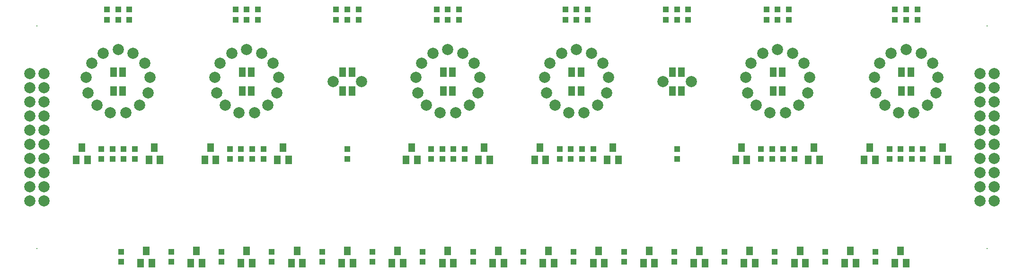
<source format=gts>
G04*
G04 #@! TF.GenerationSoftware,Altium Limited,Altium Designer,18.0.12 (696)*
G04*
G04 Layer_Color=8388736*
%FSLAX25Y25*%
%MOIN*%
G70*
G01*
G75*
%ADD16R,0.04934X0.07099*%
%ADD17R,0.03950X0.04343*%
%ADD18R,0.04737X0.06312*%
%ADD19C,0.07887*%
%ADD20C,0.00800*%
D16*
X635138Y144488D02*
D03*
Y131102D02*
D03*
X628642Y144488D02*
D03*
Y131102D02*
D03*
X538091D02*
D03*
Y144488D02*
D03*
X544587Y131102D02*
D03*
Y144488D02*
D03*
X402854D02*
D03*
Y131102D02*
D03*
X396358Y144488D02*
D03*
Y131102D02*
D03*
X305807D02*
D03*
Y144488D02*
D03*
X312303Y131102D02*
D03*
Y144488D02*
D03*
X170571D02*
D03*
Y131102D02*
D03*
X164075Y144488D02*
D03*
Y131102D02*
D03*
X73524D02*
D03*
Y144488D02*
D03*
X80020Y131102D02*
D03*
Y144488D02*
D03*
X473721D02*
D03*
Y131102D02*
D03*
X467224Y144488D02*
D03*
Y131102D02*
D03*
X234941D02*
D03*
Y144488D02*
D03*
X241437Y131102D02*
D03*
Y144488D02*
D03*
D17*
X301181Y188583D02*
D03*
Y181496D02*
D03*
X309055Y188583D02*
D03*
Y181496D02*
D03*
X541339Y188583D02*
D03*
Y181496D02*
D03*
X643701Y90158D02*
D03*
Y83071D02*
D03*
X635827Y83071D02*
D03*
Y90158D02*
D03*
X627953Y90158D02*
D03*
Y83071D02*
D03*
X620079Y90158D02*
D03*
Y83071D02*
D03*
X553150Y83071D02*
D03*
Y90158D02*
D03*
X545276Y83071D02*
D03*
Y90158D02*
D03*
X529528Y90158D02*
D03*
Y83071D02*
D03*
X537402Y90158D02*
D03*
Y83071D02*
D03*
X470472Y90158D02*
D03*
Y83071D02*
D03*
X411417Y83071D02*
D03*
Y90158D02*
D03*
X403543Y83071D02*
D03*
Y90158D02*
D03*
X395669Y90158D02*
D03*
Y83071D02*
D03*
X387795Y90158D02*
D03*
Y83071D02*
D03*
X320866Y90158D02*
D03*
Y83071D02*
D03*
X312992Y83071D02*
D03*
Y90158D02*
D03*
X305118Y90158D02*
D03*
Y83071D02*
D03*
X297244Y90158D02*
D03*
Y83071D02*
D03*
X238189Y90158D02*
D03*
Y83071D02*
D03*
X179134Y83071D02*
D03*
Y90158D02*
D03*
X171260Y83071D02*
D03*
Y90158D02*
D03*
X163386Y90158D02*
D03*
Y83071D02*
D03*
X155512Y90158D02*
D03*
Y83071D02*
D03*
X80709Y83071D02*
D03*
Y90158D02*
D03*
X72835Y90158D02*
D03*
Y83071D02*
D03*
X64961Y90158D02*
D03*
Y83071D02*
D03*
X88583Y83071D02*
D03*
Y90158D02*
D03*
X78740Y17323D02*
D03*
Y10236D02*
D03*
X114173Y17323D02*
D03*
Y10236D02*
D03*
X149606Y17323D02*
D03*
Y10236D02*
D03*
X185039Y17323D02*
D03*
Y10236D02*
D03*
X220472Y17323D02*
D03*
Y10236D02*
D03*
X255906Y17323D02*
D03*
Y10236D02*
D03*
X291339Y17323D02*
D03*
Y10236D02*
D03*
X326772Y17323D02*
D03*
Y10236D02*
D03*
X362205Y17323D02*
D03*
Y10236D02*
D03*
X397638Y17323D02*
D03*
Y10236D02*
D03*
X433071Y17323D02*
D03*
Y10236D02*
D03*
X468504Y17323D02*
D03*
Y10236D02*
D03*
X503937Y17323D02*
D03*
Y10236D02*
D03*
X539370Y17323D02*
D03*
Y10236D02*
D03*
X574803Y17323D02*
D03*
Y10236D02*
D03*
X610236Y17323D02*
D03*
Y10236D02*
D03*
X639764Y181496D02*
D03*
Y188583D02*
D03*
X624016Y181496D02*
D03*
Y188583D02*
D03*
X549213Y181496D02*
D03*
Y188583D02*
D03*
X533464Y181496D02*
D03*
Y188583D02*
D03*
X470472Y181496D02*
D03*
Y188583D02*
D03*
X478346Y181496D02*
D03*
Y188583D02*
D03*
X462598Y181496D02*
D03*
Y188583D02*
D03*
X399606Y181496D02*
D03*
Y188583D02*
D03*
X407480Y181496D02*
D03*
Y188583D02*
D03*
X391732Y181496D02*
D03*
Y188583D02*
D03*
X316929Y181496D02*
D03*
Y188583D02*
D03*
X238189Y181496D02*
D03*
Y188583D02*
D03*
X246063Y181496D02*
D03*
Y188583D02*
D03*
X230315Y181496D02*
D03*
Y188583D02*
D03*
X167323Y181496D02*
D03*
Y188583D02*
D03*
X175197Y181496D02*
D03*
Y188583D02*
D03*
X159449Y181496D02*
D03*
Y188583D02*
D03*
X76772Y181496D02*
D03*
Y188583D02*
D03*
X84646Y181496D02*
D03*
Y188583D02*
D03*
X68898Y181496D02*
D03*
Y188583D02*
D03*
X631890Y181496D02*
D03*
Y188583D02*
D03*
D18*
X653543Y82284D02*
D03*
X661417D02*
D03*
X657480Y90945D02*
D03*
X602362Y82284D02*
D03*
X610236D02*
D03*
X606299Y90945D02*
D03*
X562992Y82284D02*
D03*
X570866D02*
D03*
X566929Y90945D02*
D03*
X511811Y82284D02*
D03*
X519685D02*
D03*
X515748Y90945D02*
D03*
X421260Y82284D02*
D03*
X429134D02*
D03*
X425197Y90945D02*
D03*
X370079Y82284D02*
D03*
X377953D02*
D03*
X374016Y90945D02*
D03*
X330709Y82284D02*
D03*
X338583D02*
D03*
X334646Y90945D02*
D03*
X279528Y82284D02*
D03*
X287402D02*
D03*
X283465Y90945D02*
D03*
X188976Y82284D02*
D03*
X196850D02*
D03*
X192913Y90945D02*
D03*
X137795Y82284D02*
D03*
X145669D02*
D03*
X141732Y90945D02*
D03*
X98425Y82284D02*
D03*
X106299D02*
D03*
X102362Y90945D02*
D03*
X47244Y82284D02*
D03*
X55118D02*
D03*
X51181Y90945D02*
D03*
X92520Y9449D02*
D03*
X100394D02*
D03*
X96457Y18110D02*
D03*
X127953Y9449D02*
D03*
X135827D02*
D03*
X131890Y18110D02*
D03*
X163386Y9449D02*
D03*
X171260D02*
D03*
X167323Y18110D02*
D03*
X198819Y9449D02*
D03*
X206693D02*
D03*
X202756Y18110D02*
D03*
X234252Y9449D02*
D03*
X242126D02*
D03*
X238189Y18110D02*
D03*
X269685Y9449D02*
D03*
X277559D02*
D03*
X273622Y18110D02*
D03*
X305118Y9449D02*
D03*
X312992D02*
D03*
X309055Y18110D02*
D03*
X340551Y9449D02*
D03*
X348425D02*
D03*
X344488Y18110D02*
D03*
X375984Y9449D02*
D03*
X383858D02*
D03*
X379921Y18110D02*
D03*
X411417Y9449D02*
D03*
X419291D02*
D03*
X415354Y18110D02*
D03*
X446850Y9449D02*
D03*
X454724D02*
D03*
X450787Y18110D02*
D03*
X482283Y9449D02*
D03*
X490158D02*
D03*
X486221Y18110D02*
D03*
X517717Y9449D02*
D03*
X525591D02*
D03*
X521654Y18110D02*
D03*
X553150Y9449D02*
D03*
X561024D02*
D03*
X557087Y18110D02*
D03*
X588583Y9449D02*
D03*
X596457D02*
D03*
X592520Y18110D02*
D03*
X624016Y9449D02*
D03*
X631890D02*
D03*
X627953Y18110D02*
D03*
D19*
X248189Y137795D02*
D03*
X228189D02*
D03*
X460472D02*
D03*
X480472D02*
D03*
X631890Y160433D02*
D03*
X642410Y157840D02*
D03*
X650520Y150655D02*
D03*
X654362Y140524D02*
D03*
X653057Y129768D02*
D03*
X646902Y120851D02*
D03*
X637308Y115815D02*
D03*
X626473Y115815D02*
D03*
X616879Y120850D02*
D03*
X610723Y129767D02*
D03*
X609417Y140523D02*
D03*
X613258Y150654D02*
D03*
X621368Y157839D02*
D03*
X530817D02*
D03*
X522707Y150654D02*
D03*
X518866Y140523D02*
D03*
X520172Y129767D02*
D03*
X526328Y120850D02*
D03*
X535922Y115815D02*
D03*
X546757Y115815D02*
D03*
X556351Y120851D02*
D03*
X562505Y129768D02*
D03*
X563811Y140524D02*
D03*
X559969Y150655D02*
D03*
X551859Y157840D02*
D03*
X541339Y160433D02*
D03*
X399606D02*
D03*
X410126Y157840D02*
D03*
X418237Y150655D02*
D03*
X422079Y140524D02*
D03*
X420773Y129768D02*
D03*
X414618Y120851D02*
D03*
X405025Y115815D02*
D03*
X394190Y115815D02*
D03*
X384595Y120850D02*
D03*
X378440Y129767D02*
D03*
X377133Y140523D02*
D03*
X380975Y150654D02*
D03*
X389085Y157839D02*
D03*
X298534D02*
D03*
X290424Y150654D02*
D03*
X286582Y140523D02*
D03*
X287889Y129767D02*
D03*
X294044Y120850D02*
D03*
X303638Y115815D02*
D03*
X314473Y115815D02*
D03*
X324067Y120851D02*
D03*
X330222Y129768D02*
D03*
X331528Y140524D02*
D03*
X327685Y150655D02*
D03*
X319575Y157840D02*
D03*
X309055Y160433D02*
D03*
X167323D02*
D03*
X177843Y157840D02*
D03*
X185953Y150655D02*
D03*
X189795Y140524D02*
D03*
X188490Y129768D02*
D03*
X182335Y120851D02*
D03*
X172741Y115815D02*
D03*
X161906Y115815D02*
D03*
X152312Y120850D02*
D03*
X146157Y129767D02*
D03*
X144850Y140523D02*
D03*
X148691Y150654D02*
D03*
X156801Y157839D02*
D03*
X66250D02*
D03*
X58140Y150654D02*
D03*
X54299Y140523D02*
D03*
X55605Y129767D02*
D03*
X61761Y120850D02*
D03*
X71355Y115815D02*
D03*
X82190Y115815D02*
D03*
X91784Y120851D02*
D03*
X97939Y129768D02*
D03*
X99244Y140524D02*
D03*
X95402Y150655D02*
D03*
X87292Y157840D02*
D03*
X76772Y160433D02*
D03*
X24685Y143425D02*
D03*
Y133425D02*
D03*
Y123425D02*
D03*
Y113425D02*
D03*
Y103425D02*
D03*
Y93425D02*
D03*
Y83425D02*
D03*
Y73425D02*
D03*
Y63425D02*
D03*
Y53425D02*
D03*
X14685Y143425D02*
D03*
Y133425D02*
D03*
Y123425D02*
D03*
Y113425D02*
D03*
Y103425D02*
D03*
Y93425D02*
D03*
Y83425D02*
D03*
Y73425D02*
D03*
Y63425D02*
D03*
Y53425D02*
D03*
X683976D02*
D03*
Y63425D02*
D03*
Y73425D02*
D03*
Y83425D02*
D03*
Y93425D02*
D03*
Y103425D02*
D03*
Y113425D02*
D03*
Y123425D02*
D03*
Y133425D02*
D03*
Y143425D02*
D03*
X693976Y53425D02*
D03*
Y63425D02*
D03*
Y73425D02*
D03*
Y83425D02*
D03*
Y93425D02*
D03*
Y103425D02*
D03*
Y113425D02*
D03*
Y123425D02*
D03*
Y133425D02*
D03*
Y143425D02*
D03*
D20*
X688976Y177165D02*
D03*
Y19685D02*
D03*
X19685Y177165D02*
D03*
Y19685D02*
D03*
M02*

</source>
